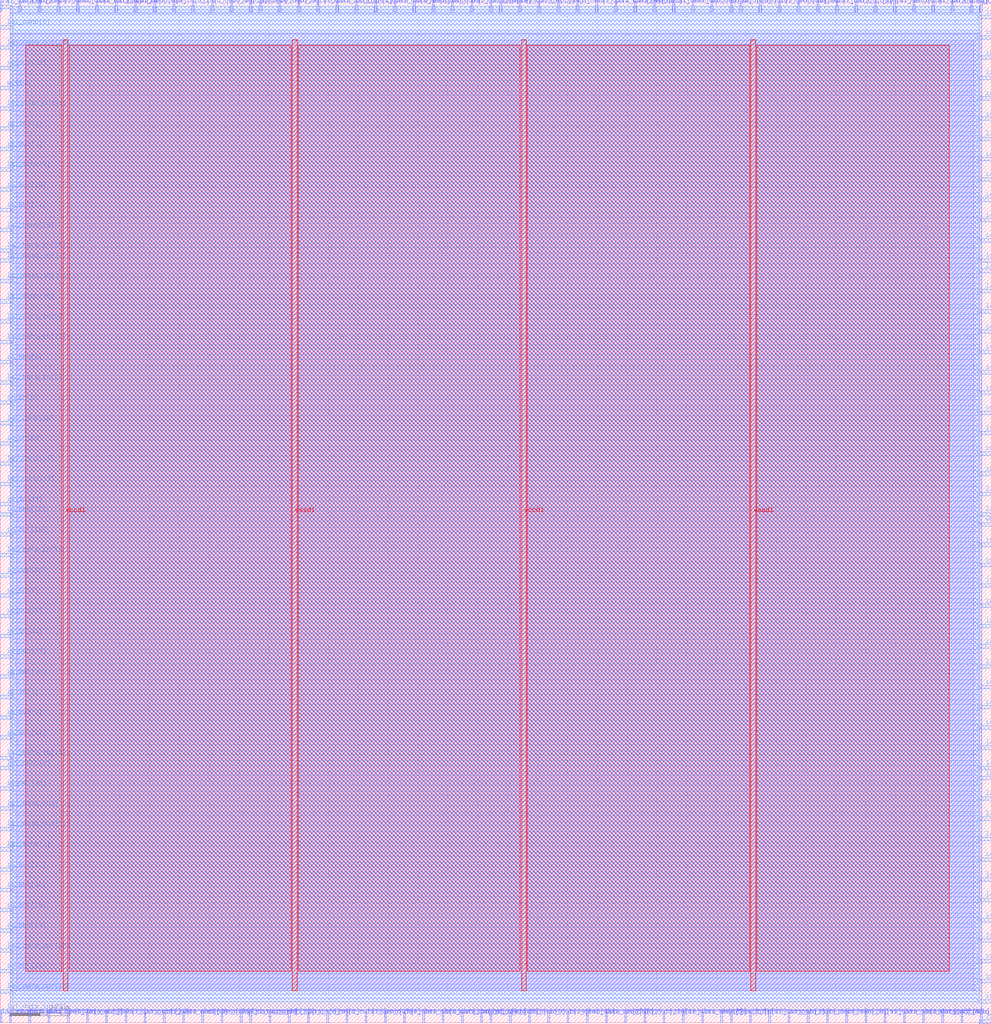
<source format=lef>
VERSION 5.7 ;
  NOWIREEXTENSIONATPIN ON ;
  DIVIDERCHAR "/" ;
  BUSBITCHARS "[]" ;
MACRO wrapped_hsv_mixer
  CLASS BLOCK ;
  FOREIGN wrapped_hsv_mixer ;
  ORIGIN 0.000 0.000 ;
  SIZE 331.975 BY 342.695 ;
  PIN active
    DIRECTION INPUT ;
    USE SIGNAL ;
    PORT
      LAYER met3 ;
        RECT 0.000 312.540 4.000 313.740 ;
    END
  END active
  PIN io_in[0]
    DIRECTION INPUT ;
    USE SIGNAL ;
    PORT
      LAYER met2 ;
        RECT 102.990 0.000 103.550 4.000 ;
    END
  END io_in[0]
  PIN io_in[10]
    DIRECTION INPUT ;
    USE SIGNAL ;
    PORT
      LAYER met2 ;
        RECT 180.270 338.695 180.830 342.695 ;
    END
  END io_in[10]
  PIN io_in[11]
    DIRECTION INPUT ;
    USE SIGNAL ;
    PORT
      LAYER met3 ;
        RECT 0.000 339.740 4.000 340.940 ;
    END
  END io_in[11]
  PIN io_in[12]
    DIRECTION INPUT ;
    USE SIGNAL ;
    PORT
      LAYER met3 ;
        RECT 327.975 288.740 331.975 289.940 ;
    END
  END io_in[12]
  PIN io_in[13]
    DIRECTION INPUT ;
    USE SIGNAL ;
    PORT
      LAYER met2 ;
        RECT 160.950 0.000 161.510 4.000 ;
    END
  END io_in[13]
  PIN io_in[14]
    DIRECTION INPUT ;
    USE SIGNAL ;
    PORT
      LAYER met2 ;
        RECT 119.090 338.695 119.650 342.695 ;
    END
  END io_in[14]
  PIN io_in[15]
    DIRECTION INPUT ;
    USE SIGNAL ;
    PORT
      LAYER met3 ;
        RECT 327.975 302.340 331.975 303.540 ;
    END
  END io_in[15]
  PIN io_in[16]
    DIRECTION INPUT ;
    USE SIGNAL ;
    PORT
      LAYER met3 ;
        RECT 327.975 33.740 331.975 34.940 ;
    END
  END io_in[16]
  PIN io_in[17]
    DIRECTION INPUT ;
    USE SIGNAL ;
    PORT
      LAYER met2 ;
        RECT 64.350 338.695 64.910 342.695 ;
    END
  END io_in[17]
  PIN io_in[18]
    DIRECTION INPUT ;
    USE SIGNAL ;
    PORT
      LAYER met2 ;
        RECT 77.230 338.695 77.790 342.695 ;
    END
  END io_in[18]
  PIN io_in[19]
    DIRECTION INPUT ;
    USE SIGNAL ;
    PORT
      LAYER met2 ;
        RECT 289.750 0.000 290.310 4.000 ;
    END
  END io_in[19]
  PIN io_in[1]
    DIRECTION INPUT ;
    USE SIGNAL ;
    PORT
      LAYER met3 ;
        RECT 0.000 108.540 4.000 109.740 ;
    END
  END io_in[1]
  PIN io_in[20]
    DIRECTION INPUT ;
    USE SIGNAL ;
    PORT
      LAYER met3 ;
        RECT 0.000 193.540 4.000 194.740 ;
    END
  END io_in[20]
  PIN io_in[21]
    DIRECTION INPUT ;
    USE SIGNAL ;
    PORT
      LAYER met3 ;
        RECT 0.000 128.940 4.000 130.140 ;
    END
  END io_in[21]
  PIN io_in[22]
    DIRECTION INPUT ;
    USE SIGNAL ;
    PORT
      LAYER met3 ;
        RECT 327.975 111.940 331.975 113.140 ;
    END
  END io_in[22]
  PIN io_in[23]
    DIRECTION INPUT ;
    USE SIGNAL ;
    PORT
      LAYER met2 ;
        RECT 57.910 338.695 58.470 342.695 ;
    END
  END io_in[23]
  PIN io_in[24]
    DIRECTION INPUT ;
    USE SIGNAL ;
    PORT
      LAYER met2 ;
        RECT 38.590 338.695 39.150 342.695 ;
    END
  END io_in[24]
  PIN io_in[25]
    DIRECTION INPUT ;
    USE SIGNAL ;
    PORT
      LAYER met2 ;
        RECT 251.110 0.000 251.670 4.000 ;
    END
  END io_in[25]
  PIN io_in[26]
    DIRECTION INPUT ;
    USE SIGNAL ;
    PORT
      LAYER met2 ;
        RECT 244.670 0.000 245.230 4.000 ;
    END
  END io_in[26]
  PIN io_in[27]
    DIRECTION INPUT ;
    USE SIGNAL ;
    PORT
      LAYER met3 ;
        RECT 327.975 81.340 331.975 82.540 ;
    END
  END io_in[27]
  PIN io_in[28]
    DIRECTION INPUT ;
    USE SIGNAL ;
    PORT
      LAYER met2 ;
        RECT 222.130 0.000 222.690 4.000 ;
    END
  END io_in[28]
  PIN io_in[29]
    DIRECTION INPUT ;
    USE SIGNAL ;
    PORT
      LAYER met2 ;
        RECT 328.390 338.695 328.950 342.695 ;
    END
  END io_in[29]
  PIN io_in[2]
    DIRECTION INPUT ;
    USE SIGNAL ;
    PORT
      LAYER met2 ;
        RECT 109.430 0.000 109.990 4.000 ;
    END
  END io_in[2]
  PIN io_in[30]
    DIRECTION INPUT ;
    USE SIGNAL ;
    PORT
      LAYER met3 ;
        RECT 327.975 139.140 331.975 140.340 ;
    END
  END io_in[30]
  PIN io_in[31]
    DIRECTION INPUT ;
    USE SIGNAL ;
    PORT
      LAYER met3 ;
        RECT 0.000 298.940 4.000 300.140 ;
    END
  END io_in[31]
  PIN io_in[32]
    DIRECTION INPUT ;
    USE SIGNAL ;
    PORT
      LAYER met2 ;
        RECT 209.250 0.000 209.810 4.000 ;
    END
  END io_in[32]
  PIN io_in[33]
    DIRECTION INPUT ;
    USE SIGNAL ;
    PORT
      LAYER met3 ;
        RECT 0.000 173.140 4.000 174.340 ;
    END
  END io_in[33]
  PIN io_in[34]
    DIRECTION INPUT ;
    USE SIGNAL ;
    PORT
      LAYER met2 ;
        RECT 247.890 338.695 248.450 342.695 ;
    END
  END io_in[34]
  PIN io_in[35]
    DIRECTION INPUT ;
    USE SIGNAL ;
    PORT
      LAYER met2 ;
        RECT 286.530 338.695 287.090 342.695 ;
    END
  END io_in[35]
  PIN io_in[36]
    DIRECTION INPUT ;
    USE SIGNAL ;
    PORT
      LAYER met3 ;
        RECT 327.975 217.340 331.975 218.540 ;
    END
  END io_in[36]
  PIN io_in[37]
    DIRECTION INPUT ;
    USE SIGNAL ;
    PORT
      LAYER met2 ;
        RECT 292.970 338.695 293.530 342.695 ;
    END
  END io_in[37]
  PIN io_in[3]
    DIRECTION INPUT ;
    USE SIGNAL ;
    PORT
      LAYER met2 ;
        RECT 186.710 338.695 187.270 342.695 ;
    END
  END io_in[3]
  PIN io_in[4]
    DIRECTION INPUT ;
    USE SIGNAL ;
    PORT
      LAYER met3 ;
        RECT 327.975 210.540 331.975 211.740 ;
    END
  END io_in[4]
  PIN io_in[5]
    DIRECTION INPUT ;
    USE SIGNAL ;
    PORT
      LAYER met3 ;
        RECT 327.975 329.540 331.975 330.740 ;
    END
  END io_in[5]
  PIN io_in[6]
    DIRECTION INPUT ;
    USE SIGNAL ;
    PORT
      LAYER met3 ;
        RECT 0.000 207.140 4.000 208.340 ;
    END
  END io_in[6]
  PIN io_in[7]
    DIRECTION INPUT ;
    USE SIGNAL ;
    PORT
      LAYER met3 ;
        RECT 0.000 142.540 4.000 143.740 ;
    END
  END io_in[7]
  PIN io_in[8]
    DIRECTION INPUT ;
    USE SIGNAL ;
    PORT
      LAYER met3 ;
        RECT 327.975 230.940 331.975 232.140 ;
    END
  END io_in[8]
  PIN io_in[9]
    DIRECTION INPUT ;
    USE SIGNAL ;
    PORT
      LAYER met2 ;
        RECT 51.470 338.695 52.030 342.695 ;
    END
  END io_in[9]
  PIN io_oeb[0]
    DIRECTION OUTPUT TRISTATE ;
    USE SIGNAL ;
    PORT
      LAYER met2 ;
        RECT 177.050 0.000 177.610 4.000 ;
    END
  END io_oeb[0]
  PIN io_oeb[10]
    DIRECTION OUTPUT TRISTATE ;
    USE SIGNAL ;
    PORT
      LAYER met3 ;
        RECT 0.000 115.340 4.000 116.540 ;
    END
  END io_oeb[10]
  PIN io_oeb[11]
    DIRECTION OUTPUT TRISTATE ;
    USE SIGNAL ;
    PORT
      LAYER met3 ;
        RECT 327.975 196.940 331.975 198.140 ;
    END
  END io_oeb[11]
  PIN io_oeb[12]
    DIRECTION OUTPUT TRISTATE ;
    USE SIGNAL ;
    PORT
      LAYER met3 ;
        RECT 327.975 105.140 331.975 106.340 ;
    END
  END io_oeb[12]
  PIN io_oeb[13]
    DIRECTION OUTPUT TRISTATE ;
    USE SIGNAL ;
    PORT
      LAYER met3 ;
        RECT 327.975 98.340 331.975 99.540 ;
    END
  END io_oeb[13]
  PIN io_oeb[14]
    DIRECTION OUTPUT TRISTATE ;
    USE SIGNAL ;
    PORT
      LAYER met3 ;
        RECT 0.000 30.340 4.000 31.540 ;
    END
  END io_oeb[14]
  PIN io_oeb[15]
    DIRECTION OUTPUT TRISTATE ;
    USE SIGNAL ;
    PORT
      LAYER met2 ;
        RECT 86.890 338.695 87.450 342.695 ;
    END
  END io_oeb[15]
  PIN io_oeb[16]
    DIRECTION OUTPUT TRISTATE ;
    USE SIGNAL ;
    PORT
      LAYER met3 ;
        RECT 327.975 20.140 331.975 21.340 ;
    END
  END io_oeb[16]
  PIN io_oeb[17]
    DIRECTION OUTPUT TRISTATE ;
    USE SIGNAL ;
    PORT
      LAYER met2 ;
        RECT 90.110 0.000 90.670 4.000 ;
    END
  END io_oeb[17]
  PIN io_oeb[18]
    DIRECTION OUTPUT TRISTATE ;
    USE SIGNAL ;
    PORT
      LAYER met2 ;
        RECT 238.230 338.695 238.790 342.695 ;
    END
  END io_oeb[18]
  PIN io_oeb[19]
    DIRECTION OUTPUT TRISTATE ;
    USE SIGNAL ;
    PORT
      LAYER met2 ;
        RECT 93.330 338.695 93.890 342.695 ;
    END
  END io_oeb[19]
  PIN io_oeb[1]
    DIRECTION OUTPUT TRISTATE ;
    USE SIGNAL ;
    PORT
      LAYER met2 ;
        RECT 263.990 0.000 264.550 4.000 ;
    END
  END io_oeb[1]
  PIN io_oeb[20]
    DIRECTION OUTPUT TRISTATE ;
    USE SIGNAL ;
    PORT
      LAYER met3 ;
        RECT 327.975 152.740 331.975 153.940 ;
    END
  END io_oeb[20]
  PIN io_oeb[21]
    DIRECTION OUTPUT TRISTATE ;
    USE SIGNAL ;
    PORT
      LAYER met2 ;
        RECT 6.390 338.695 6.950 342.695 ;
    END
  END io_oeb[21]
  PIN io_oeb[22]
    DIRECTION OUTPUT TRISTATE ;
    USE SIGNAL ;
    PORT
      LAYER met2 ;
        RECT 35.370 0.000 35.930 4.000 ;
    END
  END io_oeb[22]
  PIN io_oeb[23]
    DIRECTION OUTPUT TRISTATE ;
    USE SIGNAL ;
    PORT
      LAYER met2 ;
        RECT 164.170 338.695 164.730 342.695 ;
    END
  END io_oeb[23]
  PIN io_oeb[24]
    DIRECTION OUTPUT TRISTATE ;
    USE SIGNAL ;
    PORT
      LAYER met2 ;
        RECT 167.390 338.695 167.950 342.695 ;
    END
  END io_oeb[24]
  PIN io_oeb[25]
    DIRECTION OUTPUT TRISTATE ;
    USE SIGNAL ;
    PORT
      LAYER met2 ;
        RECT 321.950 0.000 322.510 4.000 ;
    END
  END io_oeb[25]
  PIN io_oeb[26]
    DIRECTION OUTPUT TRISTATE ;
    USE SIGNAL ;
    PORT
      LAYER met3 ;
        RECT 327.975 268.340 331.975 269.540 ;
    END
  END io_oeb[26]
  PIN io_oeb[27]
    DIRECTION OUTPUT TRISTATE ;
    USE SIGNAL ;
    PORT
      LAYER met2 ;
        RECT 193.150 338.695 193.710 342.695 ;
    END
  END io_oeb[27]
  PIN io_oeb[28]
    DIRECTION OUTPUT TRISTATE ;
    USE SIGNAL ;
    PORT
      LAYER met2 ;
        RECT 283.310 0.000 283.870 4.000 ;
    END
  END io_oeb[28]
  PIN io_oeb[29]
    DIRECTION OUTPUT TRISTATE ;
    USE SIGNAL ;
    PORT
      LAYER met3 ;
        RECT 327.975 224.140 331.975 225.340 ;
    END
  END io_oeb[29]
  PIN io_oeb[2]
    DIRECTION OUTPUT TRISTATE ;
    USE SIGNAL ;
    PORT
      LAYER met2 ;
        RECT 273.650 338.695 274.210 342.695 ;
    END
  END io_oeb[2]
  PIN io_oeb[30]
    DIRECTION OUTPUT TRISTATE ;
    USE SIGNAL ;
    PORT
      LAYER met2 ;
        RECT 12.830 338.695 13.390 342.695 ;
    END
  END io_oeb[30]
  PIN io_oeb[31]
    DIRECTION OUTPUT TRISTATE ;
    USE SIGNAL ;
    PORT
      LAYER met2 ;
        RECT 276.870 0.000 277.430 4.000 ;
    END
  END io_oeb[31]
  PIN io_oeb[32]
    DIRECTION OUTPUT TRISTATE ;
    USE SIGNAL ;
    PORT
      LAYER met3 ;
        RECT 0.000 169.740 4.000 170.940 ;
    END
  END io_oeb[32]
  PIN io_oeb[33]
    DIRECTION OUTPUT TRISTATE ;
    USE SIGNAL ;
    PORT
      LAYER met2 ;
        RECT 328.390 0.000 328.950 4.000 ;
    END
  END io_oeb[33]
  PIN io_oeb[34]
    DIRECTION OUTPUT TRISTATE ;
    USE SIGNAL ;
    PORT
      LAYER met2 ;
        RECT 70.790 338.695 71.350 342.695 ;
    END
  END io_oeb[34]
  PIN io_oeb[35]
    DIRECTION OUTPUT TRISTATE ;
    USE SIGNAL ;
    PORT
      LAYER met3 ;
        RECT 0.000 149.340 4.000 150.540 ;
    END
  END io_oeb[35]
  PIN io_oeb[36]
    DIRECTION OUTPUT TRISTATE ;
    USE SIGNAL ;
    PORT
      LAYER met3 ;
        RECT 0.000 77.940 4.000 79.140 ;
    END
  END io_oeb[36]
  PIN io_oeb[37]
    DIRECTION OUTPUT TRISTATE ;
    USE SIGNAL ;
    PORT
      LAYER met3 ;
        RECT 0.000 122.140 4.000 123.340 ;
    END
  END io_oeb[37]
  PIN io_oeb[3]
    DIRECTION OUTPUT TRISTATE ;
    USE SIGNAL ;
    PORT
      LAYER met2 ;
        RECT 170.610 0.000 171.170 4.000 ;
    END
  END io_oeb[3]
  PIN io_oeb[4]
    DIRECTION OUTPUT TRISTATE ;
    USE SIGNAL ;
    PORT
      LAYER met3 ;
        RECT 327.975 6.540 331.975 7.740 ;
    END
  END io_oeb[4]
  PIN io_oeb[5]
    DIRECTION OUTPUT TRISTATE ;
    USE SIGNAL ;
    PORT
      LAYER met3 ;
        RECT 0.000 220.740 4.000 221.940 ;
    END
  END io_oeb[5]
  PIN io_oeb[6]
    DIRECTION OUTPUT TRISTATE ;
    USE SIGNAL ;
    PORT
      LAYER met3 ;
        RECT 327.975 125.540 331.975 126.740 ;
    END
  END io_oeb[6]
  PIN io_oeb[7]
    DIRECTION OUTPUT TRISTATE ;
    USE SIGNAL ;
    PORT
      LAYER met2 ;
        RECT 83.670 338.695 84.230 342.695 ;
    END
  END io_oeb[7]
  PIN io_oeb[8]
    DIRECTION OUTPUT TRISTATE ;
    USE SIGNAL ;
    PORT
      LAYER met2 ;
        RECT 28.930 0.000 29.490 4.000 ;
    END
  END io_oeb[8]
  PIN io_oeb[9]
    DIRECTION OUTPUT TRISTATE ;
    USE SIGNAL ;
    PORT
      LAYER met2 ;
        RECT 74.010 0.000 74.570 4.000 ;
    END
  END io_oeb[9]
  PIN io_out[0]
    DIRECTION OUTPUT TRISTATE ;
    USE SIGNAL ;
    PORT
      LAYER met3 ;
        RECT 327.975 322.740 331.975 323.940 ;
    END
  END io_out[0]
  PIN io_out[10]
    DIRECTION OUTPUT TRISTATE ;
    USE SIGNAL ;
    PORT
      LAYER met3 ;
        RECT 327.975 190.140 331.975 191.340 ;
    END
  END io_out[10]
  PIN io_out[11]
    DIRECTION OUTPUT TRISTATE ;
    USE SIGNAL ;
    PORT
      LAYER met3 ;
        RECT 0.000 16.740 4.000 17.940 ;
    END
  END io_out[11]
  PIN io_out[12]
    DIRECTION OUTPUT TRISTATE ;
    USE SIGNAL ;
    PORT
      LAYER met3 ;
        RECT 0.000 50.740 4.000 51.940 ;
    END
  END io_out[12]
  PIN io_out[13]
    DIRECTION OUTPUT TRISTATE ;
    USE SIGNAL ;
    PORT
      LAYER met2 ;
        RECT 270.430 0.000 270.990 4.000 ;
    END
  END io_out[13]
  PIN io_out[14]
    DIRECTION OUTPUT TRISTATE ;
    USE SIGNAL ;
    PORT
      LAYER met3 ;
        RECT 327.975 275.140 331.975 276.340 ;
    END
  END io_out[14]
  PIN io_out[15]
    DIRECTION OUTPUT TRISTATE ;
    USE SIGNAL ;
    PORT
      LAYER met3 ;
        RECT 0.000 278.540 4.000 279.740 ;
    END
  END io_out[15]
  PIN io_out[16]
    DIRECTION OUTPUT TRISTATE ;
    USE SIGNAL ;
    PORT
      LAYER met3 ;
        RECT 327.975 183.340 331.975 184.540 ;
    END
  END io_out[16]
  PIN io_out[17]
    DIRECTION OUTPUT TRISTATE ;
    USE SIGNAL ;
    PORT
      LAYER met2 ;
        RECT 305.850 338.695 306.410 342.695 ;
    END
  END io_out[17]
  PIN io_out[18]
    DIRECTION OUTPUT TRISTATE ;
    USE SIGNAL ;
    PORT
      LAYER met2 ;
        RECT 315.510 0.000 316.070 4.000 ;
    END
  END io_out[18]
  PIN io_out[19]
    DIRECTION OUTPUT TRISTATE ;
    USE SIGNAL ;
    PORT
      LAYER met3 ;
        RECT 0.000 162.940 4.000 164.140 ;
    END
  END io_out[19]
  PIN io_out[1]
    DIRECTION OUTPUT TRISTATE ;
    USE SIGNAL ;
    PORT
      LAYER met2 ;
        RECT 218.910 338.695 219.470 342.695 ;
    END
  END io_out[1]
  PIN io_out[20]
    DIRECTION OUTPUT TRISTATE ;
    USE SIGNAL ;
    PORT
      LAYER met2 ;
        RECT 267.210 338.695 267.770 342.695 ;
    END
  END io_out[20]
  PIN io_out[21]
    DIRECTION OUTPUT TRISTATE ;
    USE SIGNAL ;
    PORT
      LAYER met3 ;
        RECT 0.000 271.740 4.000 272.940 ;
    END
  END io_out[21]
  PIN io_out[22]
    DIRECTION OUTPUT TRISTATE ;
    USE SIGNAL ;
    PORT
      LAYER met2 ;
        RECT 215.690 0.000 216.250 4.000 ;
    END
  END io_out[22]
  PIN io_out[23]
    DIRECTION OUTPUT TRISTATE ;
    USE SIGNAL ;
    PORT
      LAYER met3 ;
        RECT 327.975 159.540 331.975 160.740 ;
    END
  END io_out[23]
  PIN io_out[24]
    DIRECTION OUTPUT TRISTATE ;
    USE SIGNAL ;
    PORT
      LAYER met2 ;
        RECT 183.490 0.000 184.050 4.000 ;
    END
  END io_out[24]
  PIN io_out[25]
    DIRECTION OUTPUT TRISTATE ;
    USE SIGNAL ;
    PORT
      LAYER met2 ;
        RECT 244.670 338.695 245.230 342.695 ;
    END
  END io_out[25]
  PIN io_out[26]
    DIRECTION OUTPUT TRISTATE ;
    USE SIGNAL ;
    PORT
      LAYER met3 ;
        RECT 0.000 37.140 4.000 38.340 ;
    END
  END io_out[26]
  PIN io_out[27]
    DIRECTION OUTPUT TRISTATE ;
    USE SIGNAL ;
    PORT
      LAYER met2 ;
        RECT 254.330 338.695 254.890 342.695 ;
    END
  END io_out[27]
  PIN io_out[28]
    DIRECTION OUTPUT TRISTATE ;
    USE SIGNAL ;
    PORT
      LAYER met2 ;
        RECT 115.870 0.000 116.430 4.000 ;
    END
  END io_out[28]
  PIN io_out[29]
    DIRECTION OUTPUT TRISTATE ;
    USE SIGNAL ;
    PORT
      LAYER met3 ;
        RECT 327.975 13.340 331.975 14.540 ;
    END
  END io_out[29]
  PIN io_out[2]
    DIRECTION OUTPUT TRISTATE ;
    USE SIGNAL ;
    PORT
      LAYER met2 ;
        RECT 48.250 0.000 48.810 4.000 ;
    END
  END io_out[2]
  PIN io_out[30]
    DIRECTION OUTPUT TRISTATE ;
    USE SIGNAL ;
    PORT
      LAYER met3 ;
        RECT 0.000 43.940 4.000 45.140 ;
    END
  END io_out[30]
  PIN io_out[31]
    DIRECTION OUTPUT TRISTATE ;
    USE SIGNAL ;
    PORT
      LAYER met3 ;
        RECT 0.000 94.940 4.000 96.140 ;
    END
  END io_out[31]
  PIN io_out[32]
    DIRECTION OUTPUT TRISTATE ;
    USE SIGNAL ;
    PORT
      LAYER met3 ;
        RECT 0.000 319.340 4.000 320.540 ;
    END
  END io_out[32]
  PIN io_out[33]
    DIRECTION OUTPUT TRISTATE ;
    USE SIGNAL ;
    PORT
      LAYER met3 ;
        RECT 327.975 54.140 331.975 55.340 ;
    END
  END io_out[33]
  PIN io_out[34]
    DIRECTION OUTPUT TRISTATE ;
    USE SIGNAL ;
    PORT
      LAYER met3 ;
        RECT 327.975 281.940 331.975 283.140 ;
    END
  END io_out[34]
  PIN io_out[35]
    DIRECTION OUTPUT TRISTATE ;
    USE SIGNAL ;
    PORT
      LAYER met3 ;
        RECT 327.975 261.540 331.975 262.740 ;
    END
  END io_out[35]
  PIN io_out[36]
    DIRECTION OUTPUT TRISTATE ;
    USE SIGNAL ;
    PORT
      LAYER met2 ;
        RECT 99.770 338.695 100.330 342.695 ;
    END
  END io_out[36]
  PIN io_out[37]
    DIRECTION OUTPUT TRISTATE ;
    USE SIGNAL ;
    PORT
      LAYER met3 ;
        RECT 327.975 309.140 331.975 310.340 ;
    END
  END io_out[37]
  PIN io_out[3]
    DIRECTION OUTPUT TRISTATE ;
    USE SIGNAL ;
    PORT
      LAYER met3 ;
        RECT 0.000 292.140 4.000 293.340 ;
    END
  END io_out[3]
  PIN io_out[4]
    DIRECTION OUTPUT TRISTATE ;
    USE SIGNAL ;
    PORT
      LAYER met3 ;
        RECT 327.975 203.740 331.975 204.940 ;
    END
  END io_out[4]
  PIN io_out[5]
    DIRECTION OUTPUT TRISTATE ;
    USE SIGNAL ;
    PORT
      LAYER met2 ;
        RECT 151.290 338.695 151.850 342.695 ;
    END
  END io_out[5]
  PIN io_out[6]
    DIRECTION OUTPUT TRISTATE ;
    USE SIGNAL ;
    PORT
      LAYER met2 ;
        RECT 318.730 338.695 319.290 342.695 ;
    END
  END io_out[6]
  PIN io_out[7]
    DIRECTION OUTPUT TRISTATE ;
    USE SIGNAL ;
    PORT
      LAYER met3 ;
        RECT 0.000 135.740 4.000 136.940 ;
    END
  END io_out[7]
  PIN io_out[8]
    DIRECTION OUTPUT TRISTATE ;
    USE SIGNAL ;
    PORT
      LAYER met2 ;
        RECT 128.750 0.000 129.310 4.000 ;
    END
  END io_out[8]
  PIN io_out[9]
    DIRECTION OUTPUT TRISTATE ;
    USE SIGNAL ;
    PORT
      LAYER met3 ;
        RECT 0.000 101.740 4.000 102.940 ;
    END
  END io_out[9]
  PIN la1_data_in[0]
    DIRECTION INPUT ;
    USE SIGNAL ;
    PORT
      LAYER met3 ;
        RECT 327.975 60.940 331.975 62.140 ;
    END
  END la1_data_in[0]
  PIN la1_data_in[10]
    DIRECTION INPUT ;
    USE SIGNAL ;
    PORT
      LAYER met2 ;
        RECT 148.070 0.000 148.630 4.000 ;
    END
  END la1_data_in[10]
  PIN la1_data_in[11]
    DIRECTION INPUT ;
    USE SIGNAL ;
    PORT
      LAYER met3 ;
        RECT 327.975 47.340 331.975 48.540 ;
    END
  END la1_data_in[11]
  PIN la1_data_in[12]
    DIRECTION INPUT ;
    USE SIGNAL ;
    PORT
      LAYER met3 ;
        RECT 0.000 254.740 4.000 255.940 ;
    END
  END la1_data_in[12]
  PIN la1_data_in[13]
    DIRECTION INPUT ;
    USE SIGNAL ;
    PORT
      LAYER met2 ;
        RECT 228.570 0.000 229.130 4.000 ;
    END
  END la1_data_in[13]
  PIN la1_data_in[14]
    DIRECTION INPUT ;
    USE SIGNAL ;
    PORT
      LAYER met3 ;
        RECT 0.000 88.140 4.000 89.340 ;
    END
  END la1_data_in[14]
  PIN la1_data_in[15]
    DIRECTION INPUT ;
    USE SIGNAL ;
    PORT
      LAYER met2 ;
        RECT 106.210 338.695 106.770 342.695 ;
    END
  END la1_data_in[15]
  PIN la1_data_in[16]
    DIRECTION INPUT ;
    USE SIGNAL ;
    PORT
      LAYER met2 ;
        RECT 206.030 338.695 206.590 342.695 ;
    END
  END la1_data_in[16]
  PIN la1_data_in[17]
    DIRECTION INPUT ;
    USE SIGNAL ;
    PORT
      LAYER met2 ;
        RECT 157.730 338.695 158.290 342.695 ;
    END
  END la1_data_in[17]
  PIN la1_data_in[18]
    DIRECTION INPUT ;
    USE SIGNAL ;
    PORT
      LAYER met2 ;
        RECT 296.190 0.000 296.750 4.000 ;
    END
  END la1_data_in[18]
  PIN la1_data_in[19]
    DIRECTION INPUT ;
    USE SIGNAL ;
    PORT
      LAYER met2 ;
        RECT 112.650 338.695 113.210 342.695 ;
    END
  END la1_data_in[19]
  PIN la1_data_in[1]
    DIRECTION INPUT ;
    USE SIGNAL ;
    PORT
      LAYER met2 ;
        RECT 135.190 0.000 135.750 4.000 ;
    END
  END la1_data_in[1]
  PIN la1_data_in[20]
    DIRECTION INPUT ;
    USE SIGNAL ;
    PORT
      LAYER met3 ;
        RECT 0.000 247.940 4.000 249.140 ;
    END
  END la1_data_in[20]
  PIN la1_data_in[21]
    DIRECTION INPUT ;
    USE SIGNAL ;
    PORT
      LAYER met2 ;
        RECT 325.170 338.695 325.730 342.695 ;
    END
  END la1_data_in[21]
  PIN la1_data_in[22]
    DIRECTION INPUT ;
    USE SIGNAL ;
    PORT
      LAYER met3 ;
        RECT 327.975 67.740 331.975 68.940 ;
    END
  END la1_data_in[22]
  PIN la1_data_in[23]
    DIRECTION INPUT ;
    USE SIGNAL ;
    PORT
      LAYER met3 ;
        RECT 0.000 3.140 4.000 4.340 ;
    END
  END la1_data_in[23]
  PIN la1_data_in[24]
    DIRECTION INPUT ;
    USE SIGNAL ;
    PORT
      LAYER met2 ;
        RECT 96.550 0.000 97.110 4.000 ;
    END
  END la1_data_in[24]
  PIN la1_data_in[25]
    DIRECTION INPUT ;
    USE SIGNAL ;
    PORT
      LAYER met3 ;
        RECT 0.000 258.140 4.000 259.340 ;
    END
  END la1_data_in[25]
  PIN la1_data_in[26]
    DIRECTION INPUT ;
    USE SIGNAL ;
    PORT
      LAYER met3 ;
        RECT 327.975 26.940 331.975 28.140 ;
    END
  END la1_data_in[26]
  PIN la1_data_in[27]
    DIRECTION INPUT ;
    USE SIGNAL ;
    PORT
      LAYER met2 ;
        RECT 196.370 0.000 196.930 4.000 ;
    END
  END la1_data_in[27]
  PIN la1_data_in[28]
    DIRECTION INPUT ;
    USE SIGNAL ;
    PORT
      LAYER met3 ;
        RECT 0.000 227.540 4.000 228.740 ;
    END
  END la1_data_in[28]
  PIN la1_data_in[29]
    DIRECTION INPUT ;
    USE SIGNAL ;
    PORT
      LAYER met2 ;
        RECT -0.050 338.695 0.510 342.695 ;
    END
  END la1_data_in[29]
  PIN la1_data_in[2]
    DIRECTION INPUT ;
    USE SIGNAL ;
    PORT
      LAYER met2 ;
        RECT 80.450 0.000 81.010 4.000 ;
    END
  END la1_data_in[2]
  PIN la1_data_in[30]
    DIRECTION INPUT ;
    USE SIGNAL ;
    PORT
      LAYER met2 ;
        RECT 9.610 0.000 10.170 4.000 ;
    END
  END la1_data_in[30]
  PIN la1_data_in[31]
    DIRECTION INPUT ;
    USE SIGNAL ;
    PORT
      LAYER met2 ;
        RECT 257.550 0.000 258.110 4.000 ;
    END
  END la1_data_in[31]
  PIN la1_data_in[3]
    DIRECTION INPUT ;
    USE SIGNAL ;
    PORT
      LAYER met3 ;
        RECT 0.000 213.940 4.000 215.140 ;
    END
  END la1_data_in[3]
  PIN la1_data_in[4]
    DIRECTION INPUT ;
    USE SIGNAL ;
    PORT
      LAYER met2 ;
        RECT 280.090 338.695 280.650 342.695 ;
    END
  END la1_data_in[4]
  PIN la1_data_in[5]
    DIRECTION INPUT ;
    USE SIGNAL ;
    PORT
      LAYER met3 ;
        RECT 327.975 169.740 331.975 170.940 ;
    END
  END la1_data_in[5]
  PIN la1_data_in[6]
    DIRECTION INPUT ;
    USE SIGNAL ;
    PORT
      LAYER met2 ;
        RECT 125.530 338.695 126.090 342.695 ;
    END
  END la1_data_in[6]
  PIN la1_data_in[7]
    DIRECTION INPUT ;
    USE SIGNAL ;
    PORT
      LAYER met3 ;
        RECT 0.000 156.140 4.000 157.340 ;
    END
  END la1_data_in[7]
  PIN la1_data_in[8]
    DIRECTION INPUT ;
    USE SIGNAL ;
    PORT
      LAYER met2 ;
        RECT 131.970 338.695 132.530 342.695 ;
    END
  END la1_data_in[8]
  PIN la1_data_in[9]
    DIRECTION INPUT ;
    USE SIGNAL ;
    PORT
      LAYER met3 ;
        RECT 0.000 234.340 4.000 235.540 ;
    END
  END la1_data_in[9]
  PIN la1_data_out[0]
    DIRECTION OUTPUT TRISTATE ;
    USE SIGNAL ;
    PORT
      LAYER met2 ;
        RECT 54.690 0.000 55.250 4.000 ;
    END
  END la1_data_out[0]
  PIN la1_data_out[10]
    DIRECTION OUTPUT TRISTATE ;
    USE SIGNAL ;
    PORT
      LAYER met3 ;
        RECT 327.975 84.740 331.975 85.940 ;
    END
  END la1_data_out[10]
  PIN la1_data_out[11]
    DIRECTION OUTPUT TRISTATE ;
    USE SIGNAL ;
    PORT
      LAYER met2 ;
        RECT 154.510 0.000 155.070 4.000 ;
    END
  END la1_data_out[11]
  PIN la1_data_out[12]
    DIRECTION OUTPUT TRISTATE ;
    USE SIGNAL ;
    PORT
      LAYER met3 ;
        RECT 327.975 315.940 331.975 317.140 ;
    END
  END la1_data_out[12]
  PIN la1_data_out[13]
    DIRECTION OUTPUT TRISTATE ;
    USE SIGNAL ;
    PORT
      LAYER met2 ;
        RECT 25.710 338.695 26.270 342.695 ;
    END
  END la1_data_out[13]
  PIN la1_data_out[14]
    DIRECTION OUTPUT TRISTATE ;
    USE SIGNAL ;
    PORT
      LAYER met2 ;
        RECT 173.830 338.695 174.390 342.695 ;
    END
  END la1_data_out[14]
  PIN la1_data_out[15]
    DIRECTION OUTPUT TRISTATE ;
    USE SIGNAL ;
    PORT
      LAYER met3 ;
        RECT 0.000 9.940 4.000 11.140 ;
    END
  END la1_data_out[15]
  PIN la1_data_out[16]
    DIRECTION OUTPUT TRISTATE ;
    USE SIGNAL ;
    PORT
      LAYER met3 ;
        RECT 327.975 118.740 331.975 119.940 ;
    END
  END la1_data_out[16]
  PIN la1_data_out[17]
    DIRECTION OUTPUT TRISTATE ;
    USE SIGNAL ;
    PORT
      LAYER met3 ;
        RECT 327.975 251.340 331.975 252.540 ;
    END
  END la1_data_out[17]
  PIN la1_data_out[18]
    DIRECTION OUTPUT TRISTATE ;
    USE SIGNAL ;
    PORT
      LAYER met2 ;
        RECT 32.150 338.695 32.710 342.695 ;
    END
  END la1_data_out[18]
  PIN la1_data_out[19]
    DIRECTION OUTPUT TRISTATE ;
    USE SIGNAL ;
    PORT
      LAYER met3 ;
        RECT 327.975 176.540 331.975 177.740 ;
    END
  END la1_data_out[19]
  PIN la1_data_out[1]
    DIRECTION OUTPUT TRISTATE ;
    USE SIGNAL ;
    PORT
      LAYER met3 ;
        RECT 0.000 305.740 4.000 306.940 ;
    END
  END la1_data_out[1]
  PIN la1_data_out[20]
    DIRECTION OUTPUT TRISTATE ;
    USE SIGNAL ;
    PORT
      LAYER met3 ;
        RECT 0.000 71.140 4.000 72.340 ;
    END
  END la1_data_out[20]
  PIN la1_data_out[21]
    DIRECTION OUTPUT TRISTATE ;
    USE SIGNAL ;
    PORT
      LAYER met3 ;
        RECT 327.975 295.540 331.975 296.740 ;
    END
  END la1_data_out[21]
  PIN la1_data_out[22]
    DIRECTION OUTPUT TRISTATE ;
    USE SIGNAL ;
    PORT
      LAYER met2 ;
        RECT 199.590 338.695 200.150 342.695 ;
    END
  END la1_data_out[22]
  PIN la1_data_out[23]
    DIRECTION OUTPUT TRISTATE ;
    USE SIGNAL ;
    PORT
      LAYER met2 ;
        RECT 83.670 0.000 84.230 4.000 ;
    END
  END la1_data_out[23]
  PIN la1_data_out[24]
    DIRECTION OUTPUT TRISTATE ;
    USE SIGNAL ;
    PORT
      LAYER met3 ;
        RECT 327.975 132.340 331.975 133.540 ;
    END
  END la1_data_out[24]
  PIN la1_data_out[25]
    DIRECTION OUTPUT TRISTATE ;
    USE SIGNAL ;
    PORT
      LAYER met3 ;
        RECT 0.000 23.540 4.000 24.740 ;
    END
  END la1_data_out[25]
  PIN la1_data_out[26]
    DIRECTION OUTPUT TRISTATE ;
    USE SIGNAL ;
    PORT
      LAYER met3 ;
        RECT 327.975 40.540 331.975 41.740 ;
    END
  END la1_data_out[26]
  PIN la1_data_out[27]
    DIRECTION OUTPUT TRISTATE ;
    USE SIGNAL ;
    PORT
      LAYER met3 ;
        RECT 0.000 326.140 4.000 327.340 ;
    END
  END la1_data_out[27]
  PIN la1_data_out[28]
    DIRECTION OUTPUT TRISTATE ;
    USE SIGNAL ;
    PORT
      LAYER met2 ;
        RECT 302.630 0.000 303.190 4.000 ;
    END
  END la1_data_out[28]
  PIN la1_data_out[29]
    DIRECTION OUTPUT TRISTATE ;
    USE SIGNAL ;
    PORT
      LAYER met2 ;
        RECT 41.810 0.000 42.370 4.000 ;
    END
  END la1_data_out[29]
  PIN la1_data_out[2]
    DIRECTION OUTPUT TRISTATE ;
    USE SIGNAL ;
    PORT
      LAYER met2 ;
        RECT 141.630 0.000 142.190 4.000 ;
    END
  END la1_data_out[2]
  PIN la1_data_out[30]
    DIRECTION OUTPUT TRISTATE ;
    USE SIGNAL ;
    PORT
      LAYER met3 ;
        RECT 327.975 91.540 331.975 92.740 ;
    END
  END la1_data_out[30]
  PIN la1_data_out[31]
    DIRECTION OUTPUT TRISTATE ;
    USE SIGNAL ;
    PORT
      LAYER met3 ;
        RECT 327.975 336.340 331.975 337.540 ;
    END
  END la1_data_out[31]
  PIN la1_data_out[3]
    DIRECTION OUTPUT TRISTATE ;
    USE SIGNAL ;
    PORT
      LAYER met3 ;
        RECT 0.000 64.340 4.000 65.540 ;
    END
  END la1_data_out[3]
  PIN la1_data_out[4]
    DIRECTION OUTPUT TRISTATE ;
    USE SIGNAL ;
    PORT
      LAYER met2 ;
        RECT 309.070 0.000 309.630 4.000 ;
    END
  END la1_data_out[4]
  PIN la1_data_out[5]
    DIRECTION OUTPUT TRISTATE ;
    USE SIGNAL ;
    PORT
      LAYER met2 ;
        RECT 22.490 0.000 23.050 4.000 ;
    END
  END la1_data_out[5]
  PIN la1_data_out[6]
    DIRECTION OUTPUT TRISTATE ;
    USE SIGNAL ;
    PORT
      LAYER met3 ;
        RECT 327.975 145.940 331.975 147.140 ;
    END
  END la1_data_out[6]
  PIN la1_data_out[7]
    DIRECTION OUTPUT TRISTATE ;
    USE SIGNAL ;
    PORT
      LAYER met2 ;
        RECT 3.170 0.000 3.730 4.000 ;
    END
  END la1_data_out[7]
  PIN la1_data_out[8]
    DIRECTION OUTPUT TRISTATE ;
    USE SIGNAL ;
    PORT
      LAYER met3 ;
        RECT 327.975 254.740 331.975 255.940 ;
    END
  END la1_data_out[8]
  PIN la1_data_out[9]
    DIRECTION OUTPUT TRISTATE ;
    USE SIGNAL ;
    PORT
      LAYER met2 ;
        RECT 312.290 338.695 312.850 342.695 ;
    END
  END la1_data_out[9]
  PIN la1_oenb[0]
    DIRECTION INPUT ;
    USE SIGNAL ;
    PORT
      LAYER met3 ;
        RECT 327.975 -0.260 331.975 0.940 ;
    END
  END la1_oenb[0]
  PIN la1_oenb[10]
    DIRECTION INPUT ;
    USE SIGNAL ;
    PORT
      LAYER met2 ;
        RECT 299.410 338.695 299.970 342.695 ;
    END
  END la1_oenb[10]
  PIN la1_oenb[11]
    DIRECTION INPUT ;
    USE SIGNAL ;
    PORT
      LAYER met3 ;
        RECT 0.000 186.740 4.000 187.940 ;
    END
  END la1_oenb[11]
  PIN la1_oenb[12]
    DIRECTION INPUT ;
    USE SIGNAL ;
    PORT
      LAYER met3 ;
        RECT 0.000 200.340 4.000 201.540 ;
    END
  END la1_oenb[12]
  PIN la1_oenb[13]
    DIRECTION INPUT ;
    USE SIGNAL ;
    PORT
      LAYER met2 ;
        RECT 202.810 0.000 203.370 4.000 ;
    END
  END la1_oenb[13]
  PIN la1_oenb[14]
    DIRECTION INPUT ;
    USE SIGNAL ;
    PORT
      LAYER met2 ;
        RECT -0.050 0.000 0.510 4.000 ;
    END
  END la1_oenb[14]
  PIN la1_oenb[15]
    DIRECTION INPUT ;
    USE SIGNAL ;
    PORT
      LAYER met2 ;
        RECT 241.450 0.000 242.010 4.000 ;
    END
  END la1_oenb[15]
  PIN la1_oenb[16]
    DIRECTION INPUT ;
    USE SIGNAL ;
    PORT
      LAYER met3 ;
        RECT 0.000 241.140 4.000 242.340 ;
    END
  END la1_oenb[16]
  PIN la1_oenb[17]
    DIRECTION INPUT ;
    USE SIGNAL ;
    PORT
      LAYER met2 ;
        RECT 19.270 338.695 19.830 342.695 ;
    END
  END la1_oenb[17]
  PIN la1_oenb[18]
    DIRECTION INPUT ;
    USE SIGNAL ;
    PORT
      LAYER met2 ;
        RECT 144.850 338.695 145.410 342.695 ;
    END
  END la1_oenb[18]
  PIN la1_oenb[19]
    DIRECTION INPUT ;
    USE SIGNAL ;
    PORT
      LAYER met3 ;
        RECT 0.000 179.940 4.000 181.140 ;
    END
  END la1_oenb[19]
  PIN la1_oenb[1]
    DIRECTION INPUT ;
    USE SIGNAL ;
    PORT
      LAYER met2 ;
        RECT 61.130 0.000 61.690 4.000 ;
    END
  END la1_oenb[1]
  PIN la1_oenb[20]
    DIRECTION INPUT ;
    USE SIGNAL ;
    PORT
      LAYER met2 ;
        RECT 16.050 0.000 16.610 4.000 ;
    END
  END la1_oenb[20]
  PIN la1_oenb[21]
    DIRECTION INPUT ;
    USE SIGNAL ;
    PORT
      LAYER met2 ;
        RECT 212.470 338.695 213.030 342.695 ;
    END
  END la1_oenb[21]
  PIN la1_oenb[22]
    DIRECTION INPUT ;
    USE SIGNAL ;
    PORT
      LAYER met2 ;
        RECT 138.410 338.695 138.970 342.695 ;
    END
  END la1_oenb[22]
  PIN la1_oenb[23]
    DIRECTION INPUT ;
    USE SIGNAL ;
    PORT
      LAYER met2 ;
        RECT 164.170 0.000 164.730 4.000 ;
    END
  END la1_oenb[23]
  PIN la1_oenb[24]
    DIRECTION INPUT ;
    USE SIGNAL ;
    PORT
      LAYER met2 ;
        RECT 260.770 338.695 261.330 342.695 ;
    END
  END la1_oenb[24]
  PIN la1_oenb[25]
    DIRECTION INPUT ;
    USE SIGNAL ;
    PORT
      LAYER met3 ;
        RECT 327.975 74.540 331.975 75.740 ;
    END
  END la1_oenb[25]
  PIN la1_oenb[26]
    DIRECTION INPUT ;
    USE SIGNAL ;
    PORT
      LAYER met3 ;
        RECT 0.000 264.940 4.000 266.140 ;
    END
  END la1_oenb[26]
  PIN la1_oenb[27]
    DIRECTION INPUT ;
    USE SIGNAL ;
    PORT
      LAYER met3 ;
        RECT 327.975 244.540 331.975 245.740 ;
    END
  END la1_oenb[27]
  PIN la1_oenb[28]
    DIRECTION INPUT ;
    USE SIGNAL ;
    PORT
      LAYER met2 ;
        RECT 67.570 0.000 68.130 4.000 ;
    END
  END la1_oenb[28]
  PIN la1_oenb[29]
    DIRECTION INPUT ;
    USE SIGNAL ;
    PORT
      LAYER met2 ;
        RECT 122.310 0.000 122.870 4.000 ;
    END
  END la1_oenb[29]
  PIN la1_oenb[2]
    DIRECTION INPUT ;
    USE SIGNAL ;
    PORT
      LAYER met3 ;
        RECT 0.000 57.540 4.000 58.740 ;
    END
  END la1_oenb[2]
  PIN la1_oenb[30]
    DIRECTION INPUT ;
    USE SIGNAL ;
    PORT
      LAYER met3 ;
        RECT 327.975 237.740 331.975 238.940 ;
    END
  END la1_oenb[30]
  PIN la1_oenb[31]
    DIRECTION INPUT ;
    USE SIGNAL ;
    PORT
      LAYER met2 ;
        RECT 189.930 0.000 190.490 4.000 ;
    END
  END la1_oenb[31]
  PIN la1_oenb[3]
    DIRECTION INPUT ;
    USE SIGNAL ;
    PORT
      LAYER met2 ;
        RECT 231.790 338.695 232.350 342.695 ;
    END
  END la1_oenb[3]
  PIN la1_oenb[4]
    DIRECTION INPUT ;
    USE SIGNAL ;
    PORT
      LAYER met2 ;
        RECT 225.350 338.695 225.910 342.695 ;
    END
  END la1_oenb[4]
  PIN la1_oenb[5]
    DIRECTION INPUT ;
    USE SIGNAL ;
    PORT
      LAYER met3 ;
        RECT 0.000 332.940 4.000 334.140 ;
    END
  END la1_oenb[5]
  PIN la1_oenb[6]
    DIRECTION INPUT ;
    USE SIGNAL ;
    PORT
      LAYER met2 ;
        RECT 45.030 338.695 45.590 342.695 ;
    END
  END la1_oenb[6]
  PIN la1_oenb[7]
    DIRECTION INPUT ;
    USE SIGNAL ;
    PORT
      LAYER met2 ;
        RECT 235.010 0.000 235.570 4.000 ;
    END
  END la1_oenb[7]
  PIN la1_oenb[8]
    DIRECTION INPUT ;
    USE SIGNAL ;
    PORT
      LAYER met3 ;
        RECT 0.000 84.740 4.000 85.940 ;
    END
  END la1_oenb[8]
  PIN la1_oenb[9]
    DIRECTION INPUT ;
    USE SIGNAL ;
    PORT
      LAYER met3 ;
        RECT 0.000 285.340 4.000 286.540 ;
    END
  END la1_oenb[9]
  PIN vccd1
    DIRECTION INOUT ;
    USE POWER ;
    PORT
      LAYER met4 ;
        RECT 21.040 10.640 22.640 329.360 ;
    END
    PORT
      LAYER met4 ;
        RECT 174.640 10.640 176.240 329.360 ;
    END
  END vccd1
  PIN vssd1
    DIRECTION INOUT ;
    USE GROUND ;
    PORT
      LAYER met4 ;
        RECT 97.840 10.640 99.440 329.360 ;
    END
    PORT
      LAYER met4 ;
        RECT 251.440 10.640 253.040 329.360 ;
    END
  END vssd1
  PIN wb_clk_i
    DIRECTION INPUT ;
    USE SIGNAL ;
    PORT
      LAYER met3 ;
        RECT 327.975 166.340 331.975 167.540 ;
    END
  END wb_clk_i
  OBS
      LAYER li1 ;
        RECT 5.520 10.795 326.140 329.205 ;
      LAYER met1 ;
        RECT 3.290 10.640 328.830 331.460 ;
      LAYER met2 ;
        RECT 3.320 338.415 6.110 340.525 ;
        RECT 7.230 338.415 12.550 340.525 ;
        RECT 13.670 338.415 18.990 340.525 ;
        RECT 20.110 338.415 25.430 340.525 ;
        RECT 26.550 338.415 31.870 340.525 ;
        RECT 32.990 338.415 38.310 340.525 ;
        RECT 39.430 338.415 44.750 340.525 ;
        RECT 45.870 338.415 51.190 340.525 ;
        RECT 52.310 338.415 57.630 340.525 ;
        RECT 58.750 338.415 64.070 340.525 ;
        RECT 65.190 338.415 70.510 340.525 ;
        RECT 71.630 338.415 76.950 340.525 ;
        RECT 78.070 338.415 83.390 340.525 ;
        RECT 84.510 338.415 86.610 340.525 ;
        RECT 87.730 338.415 93.050 340.525 ;
        RECT 94.170 338.415 99.490 340.525 ;
        RECT 100.610 338.415 105.930 340.525 ;
        RECT 107.050 338.415 112.370 340.525 ;
        RECT 113.490 338.415 118.810 340.525 ;
        RECT 119.930 338.415 125.250 340.525 ;
        RECT 126.370 338.415 131.690 340.525 ;
        RECT 132.810 338.415 138.130 340.525 ;
        RECT 139.250 338.415 144.570 340.525 ;
        RECT 145.690 338.415 151.010 340.525 ;
        RECT 152.130 338.415 157.450 340.525 ;
        RECT 158.570 338.415 163.890 340.525 ;
        RECT 165.010 338.415 167.110 340.525 ;
        RECT 168.230 338.415 173.550 340.525 ;
        RECT 174.670 338.415 179.990 340.525 ;
        RECT 181.110 338.415 186.430 340.525 ;
        RECT 187.550 338.415 192.870 340.525 ;
        RECT 193.990 338.415 199.310 340.525 ;
        RECT 200.430 338.415 205.750 340.525 ;
        RECT 206.870 338.415 212.190 340.525 ;
        RECT 213.310 338.415 218.630 340.525 ;
        RECT 219.750 338.415 225.070 340.525 ;
        RECT 226.190 338.415 231.510 340.525 ;
        RECT 232.630 338.415 237.950 340.525 ;
        RECT 239.070 338.415 244.390 340.525 ;
        RECT 245.510 338.415 247.610 340.525 ;
        RECT 248.730 338.415 254.050 340.525 ;
        RECT 255.170 338.415 260.490 340.525 ;
        RECT 261.610 338.415 266.930 340.525 ;
        RECT 268.050 338.415 273.370 340.525 ;
        RECT 274.490 338.415 279.810 340.525 ;
        RECT 280.930 338.415 286.250 340.525 ;
        RECT 287.370 338.415 292.690 340.525 ;
        RECT 293.810 338.415 299.130 340.525 ;
        RECT 300.250 338.415 305.570 340.525 ;
        RECT 306.690 338.415 312.010 340.525 ;
        RECT 313.130 338.415 318.450 340.525 ;
        RECT 319.570 338.415 324.890 340.525 ;
        RECT 326.010 338.415 328.110 340.525 ;
        RECT 3.320 4.280 328.800 338.415 ;
        RECT 4.010 4.000 9.330 4.280 ;
        RECT 10.450 4.000 15.770 4.280 ;
        RECT 16.890 4.000 22.210 4.280 ;
        RECT 23.330 4.000 28.650 4.280 ;
        RECT 29.770 4.000 35.090 4.280 ;
        RECT 36.210 4.000 41.530 4.280 ;
        RECT 42.650 4.000 47.970 4.280 ;
        RECT 49.090 4.000 54.410 4.280 ;
        RECT 55.530 4.000 60.850 4.280 ;
        RECT 61.970 4.000 67.290 4.280 ;
        RECT 68.410 4.000 73.730 4.280 ;
        RECT 74.850 4.000 80.170 4.280 ;
        RECT 81.290 4.000 83.390 4.280 ;
        RECT 84.510 4.000 89.830 4.280 ;
        RECT 90.950 4.000 96.270 4.280 ;
        RECT 97.390 4.000 102.710 4.280 ;
        RECT 103.830 4.000 109.150 4.280 ;
        RECT 110.270 4.000 115.590 4.280 ;
        RECT 116.710 4.000 122.030 4.280 ;
        RECT 123.150 4.000 128.470 4.280 ;
        RECT 129.590 4.000 134.910 4.280 ;
        RECT 136.030 4.000 141.350 4.280 ;
        RECT 142.470 4.000 147.790 4.280 ;
        RECT 148.910 4.000 154.230 4.280 ;
        RECT 155.350 4.000 160.670 4.280 ;
        RECT 161.790 4.000 163.890 4.280 ;
        RECT 165.010 4.000 170.330 4.280 ;
        RECT 171.450 4.000 176.770 4.280 ;
        RECT 177.890 4.000 183.210 4.280 ;
        RECT 184.330 4.000 189.650 4.280 ;
        RECT 190.770 4.000 196.090 4.280 ;
        RECT 197.210 4.000 202.530 4.280 ;
        RECT 203.650 4.000 208.970 4.280 ;
        RECT 210.090 4.000 215.410 4.280 ;
        RECT 216.530 4.000 221.850 4.280 ;
        RECT 222.970 4.000 228.290 4.280 ;
        RECT 229.410 4.000 234.730 4.280 ;
        RECT 235.850 4.000 241.170 4.280 ;
        RECT 242.290 4.000 244.390 4.280 ;
        RECT 245.510 4.000 250.830 4.280 ;
        RECT 251.950 4.000 257.270 4.280 ;
        RECT 258.390 4.000 263.710 4.280 ;
        RECT 264.830 4.000 270.150 4.280 ;
        RECT 271.270 4.000 276.590 4.280 ;
        RECT 277.710 4.000 283.030 4.280 ;
        RECT 284.150 4.000 289.470 4.280 ;
        RECT 290.590 4.000 295.910 4.280 ;
        RECT 297.030 4.000 302.350 4.280 ;
        RECT 303.470 4.000 308.790 4.280 ;
        RECT 309.910 4.000 315.230 4.280 ;
        RECT 316.350 4.000 321.670 4.280 ;
        RECT 322.790 4.000 328.110 4.280 ;
      LAYER met3 ;
        RECT 4.400 339.340 327.975 340.505 ;
        RECT 4.000 337.940 327.975 339.340 ;
        RECT 4.000 335.940 327.575 337.940 ;
        RECT 4.000 334.540 327.975 335.940 ;
        RECT 4.400 332.540 327.975 334.540 ;
        RECT 4.000 331.140 327.975 332.540 ;
        RECT 4.000 329.140 327.575 331.140 ;
        RECT 4.000 327.740 327.975 329.140 ;
        RECT 4.400 325.740 327.975 327.740 ;
        RECT 4.000 324.340 327.975 325.740 ;
        RECT 4.000 322.340 327.575 324.340 ;
        RECT 4.000 320.940 327.975 322.340 ;
        RECT 4.400 318.940 327.975 320.940 ;
        RECT 4.000 317.540 327.975 318.940 ;
        RECT 4.000 315.540 327.575 317.540 ;
        RECT 4.000 314.140 327.975 315.540 ;
        RECT 4.400 312.140 327.975 314.140 ;
        RECT 4.000 310.740 327.975 312.140 ;
        RECT 4.000 308.740 327.575 310.740 ;
        RECT 4.000 307.340 327.975 308.740 ;
        RECT 4.400 305.340 327.975 307.340 ;
        RECT 4.000 303.940 327.975 305.340 ;
        RECT 4.000 301.940 327.575 303.940 ;
        RECT 4.000 300.540 327.975 301.940 ;
        RECT 4.400 298.540 327.975 300.540 ;
        RECT 4.000 297.140 327.975 298.540 ;
        RECT 4.000 295.140 327.575 297.140 ;
        RECT 4.000 293.740 327.975 295.140 ;
        RECT 4.400 291.740 327.975 293.740 ;
        RECT 4.000 290.340 327.975 291.740 ;
        RECT 4.000 288.340 327.575 290.340 ;
        RECT 4.000 286.940 327.975 288.340 ;
        RECT 4.400 284.940 327.975 286.940 ;
        RECT 4.000 283.540 327.975 284.940 ;
        RECT 4.000 281.540 327.575 283.540 ;
        RECT 4.000 280.140 327.975 281.540 ;
        RECT 4.400 278.140 327.975 280.140 ;
        RECT 4.000 276.740 327.975 278.140 ;
        RECT 4.000 274.740 327.575 276.740 ;
        RECT 4.000 273.340 327.975 274.740 ;
        RECT 4.400 271.340 327.975 273.340 ;
        RECT 4.000 269.940 327.975 271.340 ;
        RECT 4.000 267.940 327.575 269.940 ;
        RECT 4.000 266.540 327.975 267.940 ;
        RECT 4.400 264.540 327.975 266.540 ;
        RECT 4.000 263.140 327.975 264.540 ;
        RECT 4.000 261.140 327.575 263.140 ;
        RECT 4.000 259.740 327.975 261.140 ;
        RECT 4.400 257.740 327.975 259.740 ;
        RECT 4.000 256.340 327.975 257.740 ;
        RECT 4.400 254.340 327.575 256.340 ;
        RECT 4.000 252.940 327.975 254.340 ;
        RECT 4.000 250.940 327.575 252.940 ;
        RECT 4.000 249.540 327.975 250.940 ;
        RECT 4.400 247.540 327.975 249.540 ;
        RECT 4.000 246.140 327.975 247.540 ;
        RECT 4.000 244.140 327.575 246.140 ;
        RECT 4.000 242.740 327.975 244.140 ;
        RECT 4.400 240.740 327.975 242.740 ;
        RECT 4.000 239.340 327.975 240.740 ;
        RECT 4.000 237.340 327.575 239.340 ;
        RECT 4.000 235.940 327.975 237.340 ;
        RECT 4.400 233.940 327.975 235.940 ;
        RECT 4.000 232.540 327.975 233.940 ;
        RECT 4.000 230.540 327.575 232.540 ;
        RECT 4.000 229.140 327.975 230.540 ;
        RECT 4.400 227.140 327.975 229.140 ;
        RECT 4.000 225.740 327.975 227.140 ;
        RECT 4.000 223.740 327.575 225.740 ;
        RECT 4.000 222.340 327.975 223.740 ;
        RECT 4.400 220.340 327.975 222.340 ;
        RECT 4.000 218.940 327.975 220.340 ;
        RECT 4.000 216.940 327.575 218.940 ;
        RECT 4.000 215.540 327.975 216.940 ;
        RECT 4.400 213.540 327.975 215.540 ;
        RECT 4.000 212.140 327.975 213.540 ;
        RECT 4.000 210.140 327.575 212.140 ;
        RECT 4.000 208.740 327.975 210.140 ;
        RECT 4.400 206.740 327.975 208.740 ;
        RECT 4.000 205.340 327.975 206.740 ;
        RECT 4.000 203.340 327.575 205.340 ;
        RECT 4.000 201.940 327.975 203.340 ;
        RECT 4.400 199.940 327.975 201.940 ;
        RECT 4.000 198.540 327.975 199.940 ;
        RECT 4.000 196.540 327.575 198.540 ;
        RECT 4.000 195.140 327.975 196.540 ;
        RECT 4.400 193.140 327.975 195.140 ;
        RECT 4.000 191.740 327.975 193.140 ;
        RECT 4.000 189.740 327.575 191.740 ;
        RECT 4.000 188.340 327.975 189.740 ;
        RECT 4.400 186.340 327.975 188.340 ;
        RECT 4.000 184.940 327.975 186.340 ;
        RECT 4.000 182.940 327.575 184.940 ;
        RECT 4.000 181.540 327.975 182.940 ;
        RECT 4.400 179.540 327.975 181.540 ;
        RECT 4.000 178.140 327.975 179.540 ;
        RECT 4.000 176.140 327.575 178.140 ;
        RECT 4.000 174.740 327.975 176.140 ;
        RECT 4.400 172.740 327.975 174.740 ;
        RECT 4.000 171.340 327.975 172.740 ;
        RECT 4.400 169.340 327.575 171.340 ;
        RECT 4.000 167.940 327.975 169.340 ;
        RECT 4.000 165.940 327.575 167.940 ;
        RECT 4.000 164.540 327.975 165.940 ;
        RECT 4.400 162.540 327.975 164.540 ;
        RECT 4.000 161.140 327.975 162.540 ;
        RECT 4.000 159.140 327.575 161.140 ;
        RECT 4.000 157.740 327.975 159.140 ;
        RECT 4.400 155.740 327.975 157.740 ;
        RECT 4.000 154.340 327.975 155.740 ;
        RECT 4.000 152.340 327.575 154.340 ;
        RECT 4.000 150.940 327.975 152.340 ;
        RECT 4.400 148.940 327.975 150.940 ;
        RECT 4.000 147.540 327.975 148.940 ;
        RECT 4.000 145.540 327.575 147.540 ;
        RECT 4.000 144.140 327.975 145.540 ;
        RECT 4.400 142.140 327.975 144.140 ;
        RECT 4.000 140.740 327.975 142.140 ;
        RECT 4.000 138.740 327.575 140.740 ;
        RECT 4.000 137.340 327.975 138.740 ;
        RECT 4.400 135.340 327.975 137.340 ;
        RECT 4.000 133.940 327.975 135.340 ;
        RECT 4.000 131.940 327.575 133.940 ;
        RECT 4.000 130.540 327.975 131.940 ;
        RECT 4.400 128.540 327.975 130.540 ;
        RECT 4.000 127.140 327.975 128.540 ;
        RECT 4.000 125.140 327.575 127.140 ;
        RECT 4.000 123.740 327.975 125.140 ;
        RECT 4.400 121.740 327.975 123.740 ;
        RECT 4.000 120.340 327.975 121.740 ;
        RECT 4.000 118.340 327.575 120.340 ;
        RECT 4.000 116.940 327.975 118.340 ;
        RECT 4.400 114.940 327.975 116.940 ;
        RECT 4.000 113.540 327.975 114.940 ;
        RECT 4.000 111.540 327.575 113.540 ;
        RECT 4.000 110.140 327.975 111.540 ;
        RECT 4.400 108.140 327.975 110.140 ;
        RECT 4.000 106.740 327.975 108.140 ;
        RECT 4.000 104.740 327.575 106.740 ;
        RECT 4.000 103.340 327.975 104.740 ;
        RECT 4.400 101.340 327.975 103.340 ;
        RECT 4.000 99.940 327.975 101.340 ;
        RECT 4.000 97.940 327.575 99.940 ;
        RECT 4.000 96.540 327.975 97.940 ;
        RECT 4.400 94.540 327.975 96.540 ;
        RECT 4.000 93.140 327.975 94.540 ;
        RECT 4.000 91.140 327.575 93.140 ;
        RECT 4.000 89.740 327.975 91.140 ;
        RECT 4.400 87.740 327.975 89.740 ;
        RECT 4.000 86.340 327.975 87.740 ;
        RECT 4.400 84.340 327.575 86.340 ;
        RECT 4.000 82.940 327.975 84.340 ;
        RECT 4.000 80.940 327.575 82.940 ;
        RECT 4.000 79.540 327.975 80.940 ;
        RECT 4.400 77.540 327.975 79.540 ;
        RECT 4.000 76.140 327.975 77.540 ;
        RECT 4.000 74.140 327.575 76.140 ;
        RECT 4.000 72.740 327.975 74.140 ;
        RECT 4.400 70.740 327.975 72.740 ;
        RECT 4.000 69.340 327.975 70.740 ;
        RECT 4.000 67.340 327.575 69.340 ;
        RECT 4.000 65.940 327.975 67.340 ;
        RECT 4.400 63.940 327.975 65.940 ;
        RECT 4.000 62.540 327.975 63.940 ;
        RECT 4.000 60.540 327.575 62.540 ;
        RECT 4.000 59.140 327.975 60.540 ;
        RECT 4.400 57.140 327.975 59.140 ;
        RECT 4.000 55.740 327.975 57.140 ;
        RECT 4.000 53.740 327.575 55.740 ;
        RECT 4.000 52.340 327.975 53.740 ;
        RECT 4.400 50.340 327.975 52.340 ;
        RECT 4.000 48.940 327.975 50.340 ;
        RECT 4.000 46.940 327.575 48.940 ;
        RECT 4.000 45.540 327.975 46.940 ;
        RECT 4.400 43.540 327.975 45.540 ;
        RECT 4.000 42.140 327.975 43.540 ;
        RECT 4.000 40.140 327.575 42.140 ;
        RECT 4.000 38.740 327.975 40.140 ;
        RECT 4.400 36.740 327.975 38.740 ;
        RECT 4.000 35.340 327.975 36.740 ;
        RECT 4.000 33.340 327.575 35.340 ;
        RECT 4.000 31.940 327.975 33.340 ;
        RECT 4.400 29.940 327.975 31.940 ;
        RECT 4.000 28.540 327.975 29.940 ;
        RECT 4.000 26.540 327.575 28.540 ;
        RECT 4.000 25.140 327.975 26.540 ;
        RECT 4.400 23.140 327.975 25.140 ;
        RECT 4.000 21.740 327.975 23.140 ;
        RECT 4.000 19.740 327.575 21.740 ;
        RECT 4.000 18.340 327.975 19.740 ;
        RECT 4.400 16.340 327.975 18.340 ;
        RECT 4.000 14.940 327.975 16.340 ;
        RECT 4.000 12.940 327.575 14.940 ;
        RECT 4.000 11.540 327.975 12.940 ;
        RECT 4.400 9.540 327.975 11.540 ;
        RECT 4.000 8.140 327.975 9.540 ;
        RECT 4.000 6.975 327.575 8.140 ;
      LAYER met4 ;
        RECT 8.575 17.175 20.640 327.585 ;
        RECT 23.040 17.175 97.440 327.585 ;
        RECT 99.840 17.175 174.240 327.585 ;
        RECT 176.640 17.175 251.040 327.585 ;
        RECT 253.440 17.175 318.025 327.585 ;
  END
END wrapped_hsv_mixer
END LIBRARY


</source>
